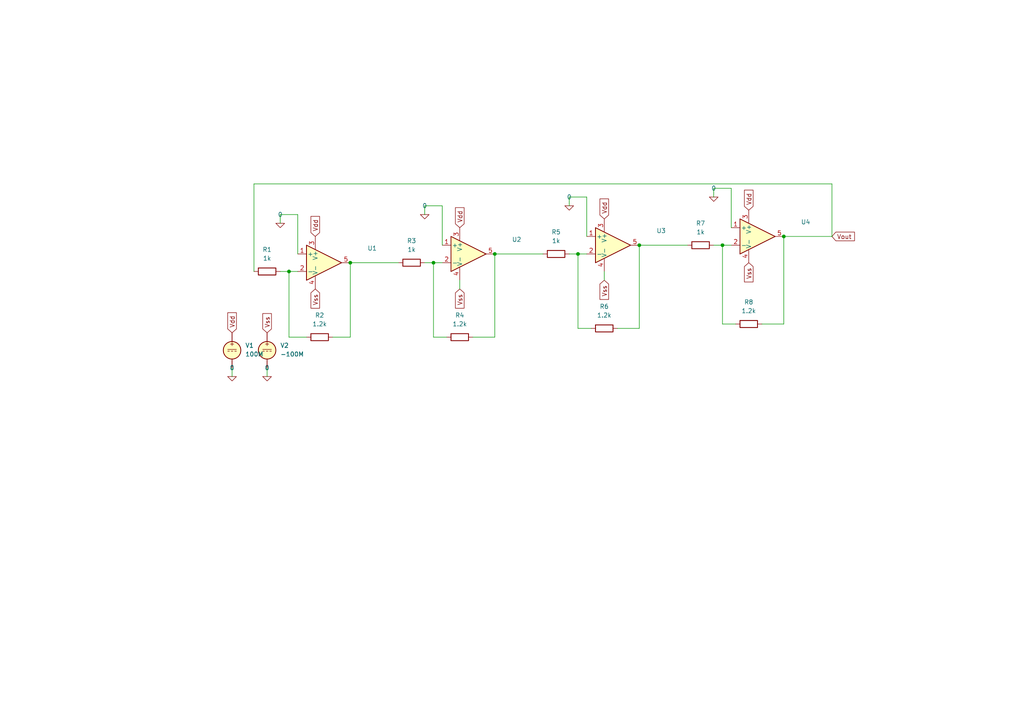
<source format=kicad_sch>
(kicad_sch (version 20230121) (generator eeschema)
  (paper "A4")
  (title_block (title "Broken Phase Shift Oscillator") (date "2024-03-31") (rev ".5"))
  (lib_symbols
    (symbol "Device:R" (pin_numbers hide) (pin_names (offset 0))
      (property "Reference" "R" (at 2.032 0 90))
      (property "Value" "R" (at 0 0 90))
      (symbol "R_0_1"
        (rectangle (start -1.016 -2.54) (end 1.016 2.54) (stroke (width 0.254)))
      )
      (symbol "R_1_1"
        (pin passive line (at 0 3.81 270) (length 1.27) (name "~") (number "1"))
        (pin passive line (at 0 -3.81 90) (length 1.27) (name "~") (number "2"))
      )
    )
    (symbol "Simulation_SPICE:0" (power) (pin_names (offset 0))
      (property "Value" "0" (at 0 -1.778 0))
      (symbol "0_0_1"
        (polyline (pts (xy -1.27 0) (xy 0 -1.27) (xy 1.27 0) (xy -1.27 0)))
      )
      (symbol "0_1_1"
        (pin power_in line (at 0 0 0) (length 0) hide (name "0") (number "1"))
      )
    )
    (symbol "Simulation_SPICE:OPAMP" (pin_names (offset 0.254))
      (property "Reference" "U" (at 3.81 3.175 0))
      (property "Value" "${SIM.PARAMS}" (at 3.81 -3.175 0))
      (symbol "OPAMP_0_1"
        (polyline (pts (xy 5.08 0) (xy -5.08 5.08) (xy -5.08 -5.08) (xy 5.08 0)) (stroke (width 0.254)) (fill (type background)))
      )
      (symbol "OPAMP_1_1"
        (pin input line (at -7.62 2.54 0) (length 2.54) (name "+") (number "1"))
        (pin input line (at -7.62 -2.54 0) (length 2.54) (name "-") (number "2"))
        (pin power_in line (at -2.54 7.62 270) (length 3.81) (name "V+") (number "3"))
        (pin power_in line (at -2.54 -7.62 90) (length 3.81) (name "V-") (number "4"))
        (pin output line (at 7.62 0 180) (length 2.54) (name "~") (number "5"))
      )
    )
    (symbol "Simulation_SPICE:VDC" (pin_numbers hide) (pin_names (offset 0.0254))
      (property "Reference" "V" (at 2.54 2.54 0))
      (property "Value" "1" (at 2.54 0 0))
      (symbol "VDC_0_0"
        (polyline (pts (xy -1.27 0.254) (xy 1.27 0.254)))
        (polyline (pts (xy -0.762 -0.254) (xy -1.27 -0.254)))
        (polyline (pts (xy 0.254 -0.254) (xy -0.254 -0.254)))
        (polyline (pts (xy 1.27 -0.254) (xy 0.762 -0.254)))
        (text "+" (at 0 1.905 0) (effects (font (size 1.27 1.27))))
      )
      (symbol "VDC_0_1"
        (circle (center 0 0) (radius 2.54) (stroke (width 0.254)) (fill (type background)))
      )
      (symbol "VDC_1_1"
        (pin passive line (at 0 5.08 270) (length 2.54) (name "~") (number "1"))
        (pin passive line (at 0 -5.08 90) (length 2.54) (name "~") (number "2"))
      )
    )
  )
  (junction (at 185.42 71.12))
  (junction (at 101.6 76.2))
  (junction (at 167.64 73.66))
  (junction (at 143.51 73.66))
  (junction (at 209.55 71.12))
  (junction (at 125.73 76.2))
  (junction (at 83.82 78.74))
  (junction (at 227.33 68.58))
  (wire (pts (xy 96.52 97.79) (xy 101.6 97.79)))
  (wire (pts (xy 67.31 106.68) (xy 67.31 109.22)))
  (wire (pts (xy 185.42 71.12) (xy 199.39 71.12)))
  (wire (pts (xy 227.33 68.58) (xy 241.3 68.58)))
  (wire (pts (xy 220.98 93.98) (xy 227.33 93.98)))
  (wire (pts (xy 143.51 73.66) (xy 157.48 73.66)))
  (wire (pts (xy 123.19 59.69) (xy 123.19 62.23)))
  (wire (pts (xy 209.55 71.12) (xy 212.09 71.12)))
  (wire (pts (xy 101.6 97.79) (xy 101.6 76.2)))
  (wire (pts (xy 81.28 78.74) (xy 83.82 78.74)))
  (wire (pts (xy 137.16 97.79) (xy 143.51 97.79)))
  (wire (pts (xy 123.19 76.2) (xy 125.73 76.2)))
  (wire (pts (xy 101.6 76.2) (xy 115.57 76.2)))
  (wire (pts (xy 73.66 53.34) (xy 73.66 78.74)))
  (wire (pts (xy 170.18 57.15) (xy 165.1 57.15)))
  (wire (pts (xy 83.82 78.74) (xy 83.82 97.79)))
  (wire (pts (xy 83.82 97.79) (xy 88.9 97.79)))
  (wire (pts (xy 179.07 95.25) (xy 185.42 95.25)))
  (wire (pts (xy 167.64 73.66) (xy 167.64 95.25)))
  (wire (pts (xy 209.55 71.12) (xy 209.55 93.98)))
  (wire (pts (xy 125.73 76.2) (xy 128.27 76.2)))
  (wire (pts (xy 165.1 57.15) (xy 165.1 59.69)))
  (wire (pts (xy 167.64 73.66) (xy 170.18 73.66)))
  (wire (pts (xy 86.36 73.66) (xy 86.36 62.23)))
  (wire (pts (xy 143.51 97.79) (xy 143.51 73.66)))
  (wire (pts (xy 128.27 59.69) (xy 123.19 59.69)))
  (wire (pts (xy 207.01 54.61) (xy 207.01 57.15)))
  (wire (pts (xy 241.3 68.58) (xy 241.3 53.34)))
  (wire (pts (xy 125.73 97.79) (xy 129.54 97.79)))
  (wire (pts (xy 128.27 71.12) (xy 128.27 59.69)))
  (wire (pts (xy 133.35 81.28) (xy 133.35 83.82)))
  (wire (pts (xy 125.73 76.2) (xy 125.73 97.79)))
  (wire (pts (xy 175.26 78.74) (xy 175.26 81.28)))
  (wire (pts (xy 165.1 73.66) (xy 167.64 73.66)))
  (wire (pts (xy 207.01 71.12) (xy 209.55 71.12)))
  (wire (pts (xy 185.42 95.25) (xy 185.42 71.12)))
  (wire (pts (xy 170.18 68.58) (xy 170.18 57.15)))
  (wire (pts (xy 212.09 66.04) (xy 212.09 54.61)))
  (wire (pts (xy 83.82 78.74) (xy 86.36 78.74)))
  (wire (pts (xy 241.3 53.34) (xy 73.66 53.34)))
  (wire (pts (xy 227.33 93.98) (xy 227.33 68.58)))
  (wire (pts (xy 77.47 106.68) (xy 77.47 109.22)))
  (wire (pts (xy 212.09 54.61) (xy 207.01 54.61)))
  (wire (pts (xy 86.36 62.23) (xy 81.28 62.23)))
  (wire (pts (xy 81.28 62.23) (xy 81.28 64.77)))
  (wire (pts (xy 209.55 93.98) (xy 213.36 93.98)))
  (wire (pts (xy 167.64 95.25) (xy 171.45 95.25)))
  (global_label "Vdd" (shape input) (at 175.26 63.5 90) (property "Intersheetrefs" "${INTERSHEET_REFS}" (effects hide)))
  (global_label "Vss" (shape input) (at 217.17 76.2 270) (property "Intersheetrefs" "${INTERSHEET_REFS}" (effects hide)))
  (global_label "Vss" (shape input) (at 175.26 81.28 270) (property "Intersheetrefs" "${INTERSHEET_REFS}" (effects hide)))
  (global_label "Vdd" (shape input) (at 91.44 68.58 90) (property "Intersheetrefs" "${INTERSHEET_REFS}" (effects hide)))
  (global_label "Vdd" (shape input) (at 133.35 66.04 90) (property "Intersheetrefs" "${INTERSHEET_REFS}" (effects hide)))
  (global_label "Vdd" (shape input) (at 217.17 60.96 90) (property "Intersheetrefs" "${INTERSHEET_REFS}" (effects hide)))
  (global_label "Vdd" (shape input) (at 67.31 96.52 90) (property "Intersheetrefs" "${INTERSHEET_REFS}" (effects hide)))
  (global_label "Vss" (shape input) (at 77.47 96.52 90) (property "Intersheetrefs" "${INTERSHEET_REFS}" (effects hide)))
  (global_label "Vss" (shape input) (at 133.35 83.82 270) (property "Intersheetrefs" "${INTERSHEET_REFS}" (effects hide)))
  (global_label "Vout" (shape input) (at 241.3 68.58 0) (property "Intersheetrefs" "${INTERSHEET_REFS}" (effects hide)))
  (global_label "Vss" (shape input) (at 91.44 83.82 270) (property "Intersheetrefs" "${INTERSHEET_REFS}" (effects hide)))
  (symbol (lib_id "Device:R") (at 77.47 78.74 90) (unit 1)
    (property "Reference" "R1" (at 77.47 72.39 90))
    (property "Value" "1k" (at 77.47 74.93 90))
  )
  (symbol (lib_id "Simulation_SPICE:0") (at 123.19 62.23 0) (unit 1)
    (property "Reference" "#GND02" (effects hide))
    (property "Value" "0" (at 123.19 59.69 0))
  )
  (symbol (lib_id "Device:R") (at 133.35 97.79 90) (unit 1)
    (property "Reference" "R4" (at 133.35 91.44 90))
    (property "Value" "1.2k" (at 133.35 93.98 90))
  )
  (symbol (lib_id "Simulation_SPICE:0") (at 67.31 109.22 0) (unit 1)
    (property "Reference" "#GND05" (effects hide))
    (property "Value" "0" (at 67.31 106.68 0))
  )
  (symbol (lib_id "Simulation_SPICE:0") (at 81.28 64.77 0) (unit 1)
    (property "Reference" "#GND01" (effects hide))
    (property "Value" "0" (at 81.28 62.23 0))
  )
  (symbol (lib_id "Device:R") (at 203.2 71.12 90) (unit 1)
    (property "Reference" "R7" (at 203.2 64.77 90))
    (property "Value" "1k" (at 203.2 67.31 90))
  )
  (symbol (lib_id "Device:R") (at 175.26 95.25 90) (unit 1)
    (property "Reference" "R6" (at 175.26 88.9 90))
    (property "Value" "1.2k" (at 175.26 91.44 90))
  )
  (symbol (lib_id "Simulation_SPICE:0") (at 165.1 59.69 0) (unit 1)
    (property "Reference" "#GND03" (effects hide))
    (property "Value" "0" (at 165.1 57.15 0))
  )
  (symbol (lib_id "Device:R") (at 161.29 73.66 90) (unit 1)
    (property "Reference" "R5" (at 161.29 67.31 90))
    (property "Value" "1k" (at 161.29 69.85 90))
  )
  (symbol (lib_id "Simulation_SPICE:0") (at 207.01 57.15 0) (unit 1)
    (property "Reference" "#GND04" (effects hide))
    (property "Value" "0" (at 207.01 54.61 0))
  )
  (symbol (lib_id "Simulation_SPICE:0") (at 77.47 109.22 0) (unit 1)
    (property "Reference" "#GND010" (effects hide))
    (property "Value" "0" (at 77.47 106.68 0))
  )
  (symbol (lib_id "Device:R") (at 92.71 97.79 90) (unit 1)
    (property "Reference" "R2" (at 92.71 91.44 90))
    (property "Value" "1.2k" (at 92.71 93.98 90))
  )
  (symbol (lib_id "Device:R") (at 217.17 93.98 90) (unit 1)
    (property "Reference" "R8" (at 217.17 87.63 90))
    (property "Value" "1.2k" (at 217.17 90.17 90))
  )
  (symbol (lib_id "Simulation_SPICE:OPAMP") (at 93.98 76.2 0) (unit 1)
    (property "Reference" "U1" (at 107.95 72.0091 0))
    (property "Value" "${SIM.PARAMS}" (at 107.95 74.5491 0))
    (property "Sim.Pins" "1=in+ 2=in- 3=vcc 4=vee 5=out" (effects hide))
    (property "Sim.Device" "SUBCKT" (effects hide))
    (property "Sim.Library" "${KICAD7_SYMBOL_DIR}/Simulation_SPICE.sp" (effects hide))
    (property "Sim.Name" "kicad_builtin_opamp" (effects hide))
  )
  (symbol (lib_id "Simulation_SPICE:VDC") (at 67.31 101.6 0) (unit 1)
    (property "Reference" "V1" (at 71.12 100.2002 0) (effects (justify left)))
    (property "Value" "100M" (at 71.12 102.7402 0) (effects (justify left)))
    (property "Sim.Pins" "1=+ 2=-" (effects hide))
    (property "Sim.Type" "DC" (effects hide))
    (property "Sim.Device" "V" (effects hide))
  )
  (symbol (lib_id "Device:R") (at 119.38 76.2 90) (unit 1)
    (property "Reference" "R3" (at 119.38 69.85 90))
    (property "Value" "1k" (at 119.38 72.39 90))
  )
  (symbol (lib_id "Simulation_SPICE:OPAMP") (at 177.8 71.12 0) (unit 1)
    (property "Reference" "U3" (at 191.77 66.9291 0))
    (property "Value" "${SIM.PARAMS}" (at 191.77 69.4691 0))
    (property "Sim.Pins" "1=in+ 2=in- 3=vcc 4=vee 5=out" (effects hide))
    (property "Sim.Device" "SUBCKT" (effects hide))
    (property "Sim.Library" "${KICAD7_SYMBOL_DIR}/Simulation_SPICE.sp" (effects hide))
    (property "Sim.Name" "kicad_builtin_opamp" (effects hide))
  )
  (symbol (lib_id "Simulation_SPICE:VDC") (at 77.47 101.6 0) (unit 1)
    (property "Reference" "V2" (at 81.28 100.2002 0) (effects (justify left)))
    (property "Value" "-100M" (at 81.28 102.7402 0) (effects (justify left)))
    (property "Sim.Pins" "1=+ 2=-" (effects hide))
    (property "Sim.Type" "DC" (effects hide))
    (property "Sim.Device" "V" (effects hide))
  )
  (symbol (lib_id "Simulation_SPICE:OPAMP") (at 219.71 68.58 0) (unit 1)
    (property "Reference" "U4" (at 233.68 64.3891 0))
    (property "Value" "${SIM.PARAMS}" (at 233.68 66.9291 0))
    (property "Sim.Pins" "1=in+ 2=in- 3=vcc 4=vee 5=out" (effects hide))
    (property "Sim.Device" "SUBCKT" (effects hide))
    (property "Sim.Library" "${KICAD7_SYMBOL_DIR}/Simulation_SPICE.sp" (effects hide))
    (property "Sim.Name" "kicad_builtin_opamp" (effects hide))
  )
  (symbol (lib_id "Simulation_SPICE:OPAMP") (at 135.89 73.66 0) (unit 1)
    (property "Reference" "U2" (at 149.86 69.4691 0))
    (property "Value" "${SIM.PARAMS}" (at 149.86 72.0091 0))
    (property "Sim.Pins" "1=in+ 2=in- 3=vcc 4=vee 5=out" (effects hide))
    (property "Sim.Device" "SUBCKT" (effects hide))
    (property "Sim.Library" "${KICAD7_SYMBOL_DIR}/Simulation_SPICE.sp" (effects hide))
    (property "Sim.Name" "kicad_builtin_opamp" (effects hide))
  )
)
</source>
